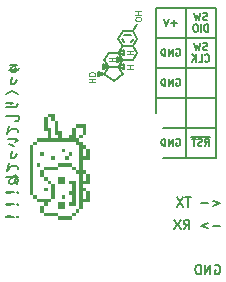
<source format=gbr>
%TF.GenerationSoftware,KiCad,Pcbnew,(6.0.1-0)*%
%TF.CreationDate,2022-05-18T17:32:03-07:00*%
%TF.ProjectId,badge_jig,62616467-655f-46a6-9967-2e6b69636164,rev?*%
%TF.SameCoordinates,Original*%
%TF.FileFunction,Legend,Bot*%
%TF.FilePolarity,Positive*%
%FSLAX46Y46*%
G04 Gerber Fmt 4.6, Leading zero omitted, Abs format (unit mm)*
G04 Created by KiCad (PCBNEW (6.0.1-0)) date 2022-05-18 17:32:03*
%MOMM*%
%LPD*%
G01*
G04 APERTURE LIST*
%ADD10C,0.150000*%
%ADD11C,0.125000*%
G04 APERTURE END LIST*
D10*
X138200000Y-104250000D02*
X137800000Y-104850000D01*
G36*
X134200000Y-113000000D02*
G01*
X133900000Y-113000000D01*
X133900000Y-112700000D01*
X134200000Y-112700000D01*
X134200000Y-113000000D01*
G37*
G36*
X134800000Y-119000000D02*
G01*
X134500000Y-119000000D01*
X134500000Y-118700000D01*
X134800000Y-118700000D01*
X134800000Y-119000000D01*
G37*
G36*
X132400000Y-116000000D02*
G01*
X132100000Y-116000000D01*
X132100000Y-115700000D01*
X132400000Y-115700000D01*
X132400000Y-116000000D01*
G37*
X137000000Y-106050000D02*
X137800000Y-106050000D01*
G36*
X133000000Y-120200000D02*
G01*
X132700000Y-120200000D01*
X132700000Y-119900000D01*
X133000000Y-119900000D01*
X133000000Y-120200000D01*
G37*
X137800000Y-107250000D02*
X138200000Y-107850000D01*
G36*
X130600000Y-117800000D02*
G01*
X130300000Y-117800000D01*
X130300000Y-117500000D01*
X130600000Y-117500000D01*
X130600000Y-117800000D01*
G37*
X137800000Y-107250000D02*
X137000000Y-107250000D01*
G36*
X131500000Y-119600000D02*
G01*
X131200000Y-119600000D01*
X131200000Y-119300000D01*
X131500000Y-119300000D01*
X131500000Y-119600000D01*
G37*
G36*
X133600000Y-120200000D02*
G01*
X133300000Y-120200000D01*
X133300000Y-119900000D01*
X133600000Y-119900000D01*
X133600000Y-120200000D01*
G37*
G36*
X133000000Y-113000000D02*
G01*
X132700000Y-113000000D01*
X132700000Y-112700000D01*
X133000000Y-112700000D01*
X133000000Y-113000000D01*
G37*
X136100000Y-107950000D02*
X136400000Y-107850000D01*
G36*
X130600000Y-116900000D02*
G01*
X130300000Y-116900000D01*
X130300000Y-116600000D01*
X130600000Y-116600000D01*
X130600000Y-116900000D01*
G37*
X139400000Y-104850000D02*
X139000000Y-104250000D01*
G36*
X133300000Y-116900000D02*
G01*
X133000000Y-116900000D01*
X133000000Y-116600000D01*
X133300000Y-116600000D01*
X133300000Y-116900000D01*
G37*
G36*
X132400000Y-111800000D02*
G01*
X132100000Y-111800000D01*
X132100000Y-111500000D01*
X132400000Y-111500000D01*
X132400000Y-111800000D01*
G37*
G36*
X133900000Y-115700000D02*
G01*
X133600000Y-115700000D01*
X133600000Y-115400000D01*
X133900000Y-115400000D01*
X133900000Y-115700000D01*
G37*
G36*
X132100000Y-117200000D02*
G01*
X131800000Y-117200000D01*
X131800000Y-116900000D01*
X132100000Y-116900000D01*
X132100000Y-117200000D01*
G37*
G36*
X134800000Y-114800000D02*
G01*
X134500000Y-114800000D01*
X134500000Y-114500000D01*
X134800000Y-114500000D01*
X134800000Y-114800000D01*
G37*
G36*
X130600000Y-114800000D02*
G01*
X130300000Y-114800000D01*
X130300000Y-114500000D01*
X130600000Y-114500000D01*
X130600000Y-114800000D01*
G37*
X136100000Y-108050000D02*
X136100000Y-107650000D01*
G36*
X133900000Y-119000000D02*
G01*
X133600000Y-119000000D01*
X133600000Y-118700000D01*
X133900000Y-118700000D01*
X133900000Y-119000000D01*
G37*
G36*
X134200000Y-117200000D02*
G01*
X133900000Y-117200000D01*
X133900000Y-116900000D01*
X134200000Y-116900000D01*
X134200000Y-117200000D01*
G37*
G36*
X131800000Y-112400000D02*
G01*
X131500000Y-112400000D01*
X131500000Y-112100000D01*
X131800000Y-112100000D01*
X131800000Y-112400000D01*
G37*
G36*
X134800000Y-114200000D02*
G01*
X134500000Y-114200000D01*
X134500000Y-113900000D01*
X134800000Y-113900000D01*
X134800000Y-114200000D01*
G37*
G36*
X134800000Y-113900000D02*
G01*
X134500000Y-113900000D01*
X134500000Y-113600000D01*
X134800000Y-113600000D01*
X134800000Y-113900000D01*
G37*
G36*
X132100000Y-113600000D02*
G01*
X131800000Y-113600000D01*
X131800000Y-113300000D01*
X132100000Y-113300000D01*
X132100000Y-113600000D01*
G37*
G36*
X132100000Y-112700000D02*
G01*
X131800000Y-112700000D01*
X131800000Y-112400000D01*
X132100000Y-112400000D01*
X132100000Y-112700000D01*
G37*
G36*
X132700000Y-116000000D02*
G01*
X132400000Y-116000000D01*
X132400000Y-115700000D01*
X132700000Y-115700000D01*
X132700000Y-116000000D01*
G37*
G36*
X134800000Y-117800000D02*
G01*
X134500000Y-117800000D01*
X134500000Y-117500000D01*
X134800000Y-117500000D01*
X134800000Y-117800000D01*
G37*
G36*
X134200000Y-119900000D02*
G01*
X133900000Y-119900000D01*
X133900000Y-119600000D01*
X134200000Y-119600000D01*
X134200000Y-119900000D01*
G37*
G36*
X134800000Y-118400000D02*
G01*
X134500000Y-118400000D01*
X134500000Y-118100000D01*
X134800000Y-118100000D01*
X134800000Y-118400000D01*
G37*
G36*
X134200000Y-112700000D02*
G01*
X133900000Y-112700000D01*
X133900000Y-112400000D01*
X134200000Y-112400000D01*
X134200000Y-112700000D01*
G37*
X138300000Y-107050000D02*
X137800000Y-107250000D01*
G36*
X130600000Y-116300000D02*
G01*
X130300000Y-116300000D01*
X130300000Y-116000000D01*
X130600000Y-116000000D01*
X130600000Y-116300000D01*
G37*
G36*
X135100000Y-117800000D02*
G01*
X134800000Y-117800000D01*
X134800000Y-117500000D01*
X135100000Y-117500000D01*
X135100000Y-117800000D01*
G37*
X138300000Y-107450000D02*
X138300000Y-107050000D01*
G36*
X133600000Y-115700000D02*
G01*
X133300000Y-115700000D01*
X133300000Y-115400000D01*
X133600000Y-115400000D01*
X133600000Y-115700000D01*
G37*
G36*
X135400000Y-116600000D02*
G01*
X135100000Y-116600000D01*
X135100000Y-116300000D01*
X135400000Y-116300000D01*
X135400000Y-116600000D01*
G37*
G36*
X134200000Y-113300000D02*
G01*
X133900000Y-113300000D01*
X133900000Y-113000000D01*
X134200000Y-113000000D01*
X134200000Y-113300000D01*
G37*
G36*
X133300000Y-119300000D02*
G01*
X133000000Y-119300000D01*
X133000000Y-119000000D01*
X133300000Y-119000000D01*
X133300000Y-119300000D01*
G37*
G36*
X133900000Y-113300000D02*
G01*
X133600000Y-113300000D01*
X133600000Y-113000000D01*
X133900000Y-113000000D01*
X133900000Y-113300000D01*
G37*
G36*
X134500000Y-113900000D02*
G01*
X134200000Y-113900000D01*
X134200000Y-113600000D01*
X134500000Y-113600000D01*
X134500000Y-113900000D01*
G37*
X140970000Y-102235000D02*
X140970000Y-111125000D01*
G36*
X132400000Y-117500000D02*
G01*
X132100000Y-117500000D01*
X132100000Y-117200000D01*
X132400000Y-117200000D01*
X132400000Y-117500000D01*
G37*
G36*
X131800000Y-118700000D02*
G01*
X131500000Y-118700000D01*
X131500000Y-118400000D01*
X131800000Y-118400000D01*
X131800000Y-118700000D01*
G37*
G36*
X133300000Y-114500000D02*
G01*
X133000000Y-114500000D01*
X133000000Y-114200000D01*
X133300000Y-114200000D01*
X133300000Y-114500000D01*
G37*
G36*
X130600000Y-118100000D02*
G01*
X130300000Y-118100000D01*
X130300000Y-117800000D01*
X130600000Y-117800000D01*
X130600000Y-118100000D01*
G37*
X143510000Y-102235000D02*
X143510000Y-114935000D01*
G36*
X134800000Y-115700000D02*
G01*
X134500000Y-115700000D01*
X134500000Y-115400000D01*
X134800000Y-115400000D01*
X134800000Y-115700000D01*
G37*
G36*
X135400000Y-116900000D02*
G01*
X135100000Y-116900000D01*
X135100000Y-116600000D01*
X135400000Y-116600000D01*
X135400000Y-116900000D01*
G37*
G36*
X132100000Y-118700000D02*
G01*
X131800000Y-118700000D01*
X131800000Y-118400000D01*
X132100000Y-118400000D01*
X132100000Y-118700000D01*
G37*
G36*
X133900000Y-118100000D02*
G01*
X133600000Y-118100000D01*
X133600000Y-117800000D01*
X133900000Y-117800000D01*
X133900000Y-118100000D01*
G37*
G36*
X133000000Y-119300000D02*
G01*
X132700000Y-119300000D01*
X132700000Y-119000000D01*
X133000000Y-119000000D01*
X133000000Y-119300000D01*
G37*
G36*
X134500000Y-119600000D02*
G01*
X134200000Y-119600000D01*
X134200000Y-119300000D01*
X134500000Y-119300000D01*
X134500000Y-119600000D01*
G37*
G36*
X130600000Y-114500000D02*
G01*
X130300000Y-114500000D01*
X130300000Y-114200000D01*
X130600000Y-114200000D01*
X130600000Y-114500000D01*
G37*
X146050000Y-112395000D02*
X141605000Y-112395000D01*
G36*
X130900000Y-118400000D02*
G01*
X130600000Y-118400000D01*
X130600000Y-118100000D01*
X130900000Y-118100000D01*
X130900000Y-118400000D01*
G37*
G36*
X133600000Y-115100000D02*
G01*
X133300000Y-115100000D01*
X133300000Y-114800000D01*
X133600000Y-114800000D01*
X133600000Y-115100000D01*
G37*
X139000000Y-106650000D02*
X138200000Y-106650000D01*
G36*
X133000000Y-113600000D02*
G01*
X132700000Y-113600000D01*
X132700000Y-113300000D01*
X133000000Y-113300000D01*
X133000000Y-113600000D01*
G37*
G36*
X133000000Y-117200000D02*
G01*
X132700000Y-117200000D01*
X132700000Y-116900000D01*
X133000000Y-116900000D01*
X133000000Y-117200000D01*
G37*
G36*
X132700000Y-112400000D02*
G01*
X132400000Y-112400000D01*
X132400000Y-112100000D01*
X132700000Y-112100000D01*
X132700000Y-112400000D01*
G37*
X137400000Y-108450000D02*
X136600000Y-107850000D01*
X136500000Y-107450000D02*
X136500000Y-107050000D01*
X138300000Y-106250000D02*
X138300000Y-105850000D01*
G36*
X130600000Y-115100000D02*
G01*
X130300000Y-115100000D01*
X130300000Y-114800000D01*
X130600000Y-114800000D01*
X130600000Y-115100000D01*
G37*
G36*
X134800000Y-118100000D02*
G01*
X134500000Y-118100000D01*
X134500000Y-117800000D01*
X134800000Y-117800000D01*
X134800000Y-118100000D01*
G37*
G36*
X131500000Y-118700000D02*
G01*
X131200000Y-118700000D01*
X131200000Y-118400000D01*
X131500000Y-118400000D01*
X131500000Y-118700000D01*
G37*
G36*
X133900000Y-114800000D02*
G01*
X133600000Y-114800000D01*
X133600000Y-114500000D01*
X133900000Y-114500000D01*
X133900000Y-114800000D01*
G37*
G36*
X133900000Y-113600000D02*
G01*
X133600000Y-113600000D01*
X133600000Y-113300000D01*
X133900000Y-113300000D01*
X133900000Y-113600000D01*
G37*
G36*
X134800000Y-119300000D02*
G01*
X134500000Y-119300000D01*
X134500000Y-119000000D01*
X134800000Y-119000000D01*
X134800000Y-119300000D01*
G37*
G36*
X135100000Y-117200000D02*
G01*
X134800000Y-117200000D01*
X134800000Y-116900000D01*
X135100000Y-116900000D01*
X135100000Y-117200000D01*
G37*
G36*
X131500000Y-116600000D02*
G01*
X131200000Y-116600000D01*
X131200000Y-116300000D01*
X131500000Y-116300000D01*
X131500000Y-116600000D01*
G37*
G36*
X132100000Y-119900000D02*
G01*
X131800000Y-119900000D01*
X131800000Y-119600000D01*
X132100000Y-119600000D01*
X132100000Y-119900000D01*
G37*
G36*
X131200000Y-115700000D02*
G01*
X130900000Y-115700000D01*
X130900000Y-115400000D01*
X131200000Y-115400000D01*
X131200000Y-115700000D01*
G37*
G36*
X135100000Y-113000000D02*
G01*
X134800000Y-113000000D01*
X134800000Y-112700000D01*
X135100000Y-112700000D01*
X135100000Y-113000000D01*
G37*
G36*
X131500000Y-119300000D02*
G01*
X131200000Y-119300000D01*
X131200000Y-119000000D01*
X131500000Y-119000000D01*
X131500000Y-119300000D01*
G37*
G36*
X135100000Y-112700000D02*
G01*
X134800000Y-112700000D01*
X134800000Y-112400000D01*
X135100000Y-112400000D01*
X135100000Y-112700000D01*
G37*
G36*
X135400000Y-118100000D02*
G01*
X135100000Y-118100000D01*
X135100000Y-117800000D01*
X135400000Y-117800000D01*
X135400000Y-118100000D01*
G37*
X137800000Y-107250000D02*
X138300000Y-107450000D01*
X137700000Y-106850000D02*
X137700000Y-106450000D01*
G36*
X133900000Y-120200000D02*
G01*
X133600000Y-120200000D01*
X133600000Y-119900000D01*
X133900000Y-119900000D01*
X133900000Y-120200000D01*
G37*
X138200000Y-106650000D02*
X137700000Y-106850000D01*
G36*
X134800000Y-116300000D02*
G01*
X134500000Y-116300000D01*
X134500000Y-116000000D01*
X134800000Y-116000000D01*
X134800000Y-116300000D01*
G37*
X139400000Y-106050000D02*
X139000000Y-106650000D01*
G36*
X134500000Y-116300000D02*
G01*
X134200000Y-116300000D01*
X134200000Y-116000000D01*
X134500000Y-116000000D01*
X134500000Y-116300000D01*
G37*
G36*
X133300000Y-118400000D02*
G01*
X133000000Y-118400000D01*
X133000000Y-118100000D01*
X133300000Y-118100000D01*
X133300000Y-118400000D01*
G37*
G36*
X134800000Y-116900000D02*
G01*
X134500000Y-116900000D01*
X134500000Y-116600000D01*
X134800000Y-116600000D01*
X134800000Y-116900000D01*
G37*
G36*
X134800000Y-115400000D02*
G01*
X134500000Y-115400000D01*
X134500000Y-115100000D01*
X134800000Y-115100000D01*
X134800000Y-115400000D01*
G37*
X139000000Y-104250000D02*
X138200000Y-104250000D01*
G36*
X130900000Y-113900000D02*
G01*
X130600000Y-113900000D01*
X130600000Y-113600000D01*
X130900000Y-113600000D01*
X130900000Y-113900000D01*
G37*
G36*
X132400000Y-118400000D02*
G01*
X132100000Y-118400000D01*
X132100000Y-118100000D01*
X132400000Y-118100000D01*
X132400000Y-118400000D01*
G37*
X136100000Y-107650000D02*
X136600000Y-107850000D01*
G36*
X135400000Y-118700000D02*
G01*
X135100000Y-118700000D01*
X135100000Y-118400000D01*
X135400000Y-118400000D01*
X135400000Y-118700000D01*
G37*
G36*
X131500000Y-114800000D02*
G01*
X131200000Y-114800000D01*
X131200000Y-114500000D01*
X131500000Y-114500000D01*
X131500000Y-114800000D01*
G37*
G36*
X134800000Y-113300000D02*
G01*
X134500000Y-113300000D01*
X134500000Y-113000000D01*
X134800000Y-113000000D01*
X134800000Y-113300000D01*
G37*
G36*
X132700000Y-113600000D02*
G01*
X132400000Y-113600000D01*
X132400000Y-113300000D01*
X132700000Y-113300000D01*
X132700000Y-113600000D01*
G37*
G36*
X133000000Y-113300000D02*
G01*
X132700000Y-113300000D01*
X132700000Y-113000000D01*
X133000000Y-113000000D01*
X133000000Y-113300000D01*
G37*
G36*
X134200000Y-113600000D02*
G01*
X133900000Y-113600000D01*
X133900000Y-113300000D01*
X134200000Y-113300000D01*
X134200000Y-113600000D01*
G37*
G36*
X134200000Y-117800000D02*
G01*
X133900000Y-117800000D01*
X133900000Y-117500000D01*
X134200000Y-117500000D01*
X134200000Y-117800000D01*
G37*
X136800000Y-107250000D02*
X136500000Y-107150000D01*
G36*
X135100000Y-118700000D02*
G01*
X134800000Y-118700000D01*
X134800000Y-118400000D01*
X135100000Y-118400000D01*
X135100000Y-118700000D01*
G37*
G36*
X133300000Y-113600000D02*
G01*
X133000000Y-113600000D01*
X133000000Y-113300000D01*
X133300000Y-113300000D01*
X133300000Y-113600000D01*
G37*
G36*
X132100000Y-111500000D02*
G01*
X131800000Y-111500000D01*
X131800000Y-111200000D01*
X132100000Y-111200000D01*
X132100000Y-111500000D01*
G37*
G36*
X131800000Y-117800000D02*
G01*
X131500000Y-117800000D01*
X131500000Y-117500000D01*
X131800000Y-117500000D01*
X131800000Y-117800000D01*
G37*
G36*
X135400000Y-114800000D02*
G01*
X135100000Y-114800000D01*
X135100000Y-114500000D01*
X135400000Y-114500000D01*
X135400000Y-114800000D01*
G37*
X138200000Y-107850000D02*
X137400000Y-108450000D01*
X138200000Y-105450000D02*
X139000000Y-105450000D01*
G36*
X135400000Y-115100000D02*
G01*
X135100000Y-115100000D01*
X135100000Y-114800000D01*
X135400000Y-114800000D01*
X135400000Y-115100000D01*
G37*
G36*
X133000000Y-116900000D02*
G01*
X132700000Y-116900000D01*
X132700000Y-116600000D01*
X133000000Y-116600000D01*
X133000000Y-116900000D01*
G37*
G36*
X131200000Y-118700000D02*
G01*
X130900000Y-118700000D01*
X130900000Y-118400000D01*
X131200000Y-118400000D01*
X131200000Y-118700000D01*
G37*
X146050000Y-114935000D02*
X146050000Y-102235000D01*
G36*
X130600000Y-115400000D02*
G01*
X130300000Y-115400000D01*
X130300000Y-115100000D01*
X130600000Y-115100000D01*
X130600000Y-115400000D01*
G37*
G36*
X133000000Y-115700000D02*
G01*
X132700000Y-115700000D01*
X132700000Y-115400000D01*
X133000000Y-115400000D01*
X133000000Y-115700000D01*
G37*
G36*
X134200000Y-118700000D02*
G01*
X133900000Y-118700000D01*
X133900000Y-118400000D01*
X134200000Y-118400000D01*
X134200000Y-118700000D01*
G37*
G36*
X131500000Y-113600000D02*
G01*
X131200000Y-113600000D01*
X131200000Y-113300000D01*
X131500000Y-113300000D01*
X131500000Y-113600000D01*
G37*
G36*
X133600000Y-113600000D02*
G01*
X133300000Y-113600000D01*
X133300000Y-113300000D01*
X133600000Y-113300000D01*
X133600000Y-113600000D01*
G37*
G36*
X134200000Y-116000000D02*
G01*
X133900000Y-116000000D01*
X133900000Y-115700000D01*
X134200000Y-115700000D01*
X134200000Y-116000000D01*
G37*
G36*
X134200000Y-119000000D02*
G01*
X133900000Y-119000000D01*
X133900000Y-118700000D01*
X134200000Y-118700000D01*
X134200000Y-119000000D01*
G37*
G36*
X135400000Y-118400000D02*
G01*
X135100000Y-118400000D01*
X135100000Y-118100000D01*
X135400000Y-118100000D01*
X135400000Y-118400000D01*
G37*
X137700000Y-106450000D02*
X138200000Y-106650000D01*
G36*
X132400000Y-118100000D02*
G01*
X132100000Y-118100000D01*
X132100000Y-117800000D01*
X132400000Y-117800000D01*
X132400000Y-118100000D01*
G37*
G36*
X135400000Y-117200000D02*
G01*
X135100000Y-117200000D01*
X135100000Y-116900000D01*
X135400000Y-116900000D01*
X135400000Y-117200000D01*
G37*
X138900000Y-104550000D02*
X138300000Y-104550000D01*
G36*
X134800000Y-112400000D02*
G01*
X134500000Y-112400000D01*
X134500000Y-112100000D01*
X134800000Y-112100000D01*
X134800000Y-112400000D01*
G37*
X146050000Y-109855000D02*
X140970000Y-109855000D01*
G36*
X131800000Y-119000000D02*
G01*
X131500000Y-119000000D01*
X131500000Y-118700000D01*
X131800000Y-118700000D01*
X131800000Y-119000000D01*
G37*
G36*
X135100000Y-114200000D02*
G01*
X134800000Y-114200000D01*
X134800000Y-113900000D01*
X135100000Y-113900000D01*
X135100000Y-114200000D01*
G37*
X136600000Y-106650000D02*
X137000000Y-106050000D01*
G36*
X134800000Y-115100000D02*
G01*
X134500000Y-115100000D01*
X134500000Y-114800000D01*
X134800000Y-114800000D01*
X134800000Y-115100000D01*
G37*
G36*
X135100000Y-112400000D02*
G01*
X134800000Y-112400000D01*
X134800000Y-112100000D01*
X135100000Y-112100000D01*
X135100000Y-112400000D01*
G37*
G36*
X132400000Y-115100000D02*
G01*
X132100000Y-115100000D01*
X132100000Y-114800000D01*
X132400000Y-114800000D01*
X132400000Y-115100000D01*
G37*
X136500000Y-107350000D02*
X136800000Y-107250000D01*
G36*
X131800000Y-112700000D02*
G01*
X131500000Y-112700000D01*
X131500000Y-112400000D01*
X131800000Y-112400000D01*
X131800000Y-112700000D01*
G37*
X137800000Y-106050000D02*
X138200000Y-105450000D01*
G36*
X135100000Y-115100000D02*
G01*
X134800000Y-115100000D01*
X134800000Y-114800000D01*
X135100000Y-114800000D01*
X135100000Y-115100000D01*
G37*
X138300000Y-105150000D02*
X138100000Y-104850000D01*
X136600000Y-107850000D02*
X136100000Y-108050000D01*
G36*
X134200000Y-117500000D02*
G01*
X133900000Y-117500000D01*
X133900000Y-117200000D01*
X134200000Y-117200000D01*
X134200000Y-117500000D01*
G37*
G36*
X132700000Y-112700000D02*
G01*
X132400000Y-112700000D01*
X132400000Y-112400000D01*
X132700000Y-112400000D01*
X132700000Y-112700000D01*
G37*
X138200000Y-106650000D02*
X137800000Y-106050000D01*
G36*
X132700000Y-119900000D02*
G01*
X132400000Y-119900000D01*
X132400000Y-119600000D01*
X132700000Y-119600000D01*
X132700000Y-119900000D01*
G37*
G36*
X132400000Y-113600000D02*
G01*
X132100000Y-113600000D01*
X132100000Y-113300000D01*
X132400000Y-113300000D01*
X132400000Y-113600000D01*
G37*
X138900000Y-105150000D02*
X139100000Y-104850000D01*
X137800000Y-104850000D02*
X138200000Y-105450000D01*
G36*
X134800000Y-118700000D02*
G01*
X134500000Y-118700000D01*
X134500000Y-118400000D01*
X134800000Y-118400000D01*
X134800000Y-118700000D01*
G37*
G36*
X132100000Y-113000000D02*
G01*
X131800000Y-113000000D01*
X131800000Y-112700000D01*
X132100000Y-112700000D01*
X132100000Y-113000000D01*
G37*
X137800000Y-106050000D02*
X138300000Y-106250000D01*
G36*
X131800000Y-111800000D02*
G01*
X131500000Y-111800000D01*
X131500000Y-111500000D01*
X131800000Y-111500000D01*
X131800000Y-111800000D01*
G37*
G36*
X135400000Y-114500000D02*
G01*
X135100000Y-114500000D01*
X135100000Y-114200000D01*
X135400000Y-114200000D01*
X135400000Y-114500000D01*
G37*
X138300000Y-105850000D02*
X137800000Y-106050000D01*
G36*
X132100000Y-116000000D02*
G01*
X131800000Y-116000000D01*
X131800000Y-115700000D01*
X132100000Y-115700000D01*
X132100000Y-116000000D01*
G37*
G36*
X133000000Y-119000000D02*
G01*
X132700000Y-119000000D01*
X132700000Y-118700000D01*
X133000000Y-118700000D01*
X133000000Y-119000000D01*
G37*
G36*
X131200000Y-113600000D02*
G01*
X130900000Y-113600000D01*
X130900000Y-113300000D01*
X131200000Y-113300000D01*
X131200000Y-113600000D01*
G37*
G36*
X133300000Y-117200000D02*
G01*
X133000000Y-117200000D01*
X133000000Y-116900000D01*
X133300000Y-116900000D01*
X133300000Y-117200000D01*
G37*
G36*
X134500000Y-113600000D02*
G01*
X134200000Y-113600000D01*
X134200000Y-113300000D01*
X134500000Y-113300000D01*
X134500000Y-113600000D01*
G37*
X138200000Y-106650000D02*
X137800000Y-107250000D01*
G36*
X134800000Y-116000000D02*
G01*
X134500000Y-116000000D01*
X134500000Y-115700000D01*
X134800000Y-115700000D01*
X134800000Y-116000000D01*
G37*
G36*
X132400000Y-117800000D02*
G01*
X132100000Y-117800000D01*
X132100000Y-117500000D01*
X132400000Y-117500000D01*
X132400000Y-117800000D01*
G37*
X137000000Y-107250000D02*
X136600000Y-106650000D01*
G36*
X134800000Y-116600000D02*
G01*
X134500000Y-116600000D01*
X134500000Y-116300000D01*
X134800000Y-116300000D01*
X134800000Y-116600000D01*
G37*
G36*
X130600000Y-116600000D02*
G01*
X130300000Y-116600000D01*
X130300000Y-116300000D01*
X130600000Y-116300000D01*
X130600000Y-116600000D01*
G37*
G36*
X130600000Y-117500000D02*
G01*
X130300000Y-117500000D01*
X130300000Y-117200000D01*
X130600000Y-117200000D01*
X130600000Y-117500000D01*
G37*
G36*
X131800000Y-116900000D02*
G01*
X131500000Y-116900000D01*
X131500000Y-116600000D01*
X131800000Y-116600000D01*
X131800000Y-116900000D01*
G37*
G36*
X131800000Y-112100000D02*
G01*
X131500000Y-112100000D01*
X131500000Y-111800000D01*
X131800000Y-111800000D01*
X131800000Y-112100000D01*
G37*
X137000000Y-107250000D02*
X136500000Y-107450000D01*
G36*
X131800000Y-119900000D02*
G01*
X131500000Y-119900000D01*
X131500000Y-119600000D01*
X131800000Y-119600000D01*
X131800000Y-119900000D01*
G37*
X146050000Y-114935000D02*
X141605000Y-114935000D01*
X138000000Y-106650000D02*
X137700000Y-106550000D01*
X136500000Y-107050000D02*
X137000000Y-107250000D01*
G36*
X131500000Y-116300000D02*
G01*
X131200000Y-116300000D01*
X131200000Y-116000000D01*
X131500000Y-116000000D01*
X131500000Y-116300000D01*
G37*
G36*
X133300000Y-120200000D02*
G01*
X133000000Y-120200000D01*
X133000000Y-119900000D01*
X133300000Y-119900000D01*
X133300000Y-120200000D01*
G37*
X146050000Y-104775000D02*
X140970000Y-104775000D01*
G36*
X132400000Y-119900000D02*
G01*
X132100000Y-119900000D01*
X132100000Y-119600000D01*
X132400000Y-119600000D01*
X132400000Y-119900000D01*
G37*
G36*
X132700000Y-112100000D02*
G01*
X132400000Y-112100000D01*
X132400000Y-111800000D01*
X132700000Y-111800000D01*
X132700000Y-112100000D01*
G37*
G36*
X134200000Y-118100000D02*
G01*
X133900000Y-118100000D01*
X133900000Y-117800000D01*
X134200000Y-117800000D01*
X134200000Y-118100000D01*
G37*
X139000000Y-105450000D02*
X139400000Y-104850000D01*
G36*
X134800000Y-117500000D02*
G01*
X134500000Y-117500000D01*
X134500000Y-117200000D01*
X134800000Y-117200000D01*
X134800000Y-117500000D01*
G37*
X139000000Y-104250000D02*
X139400000Y-103650000D01*
G36*
X134800000Y-117200000D02*
G01*
X134500000Y-117200000D01*
X134500000Y-116900000D01*
X134800000Y-116900000D01*
X134800000Y-117200000D01*
G37*
G36*
X133900000Y-117200000D02*
G01*
X133600000Y-117200000D01*
X133600000Y-116900000D01*
X133900000Y-116900000D01*
X133900000Y-117200000D01*
G37*
X139000000Y-105450000D02*
X139400000Y-106050000D01*
G36*
X130600000Y-116000000D02*
G01*
X130300000Y-116000000D01*
X130300000Y-115700000D01*
X130600000Y-115700000D01*
X130600000Y-116000000D01*
G37*
X146050000Y-102235000D02*
X140970000Y-102235000D01*
X136600000Y-107850000D02*
X137000000Y-107250000D01*
G36*
X133300000Y-119000000D02*
G01*
X133000000Y-119000000D01*
X133000000Y-118700000D01*
X133300000Y-118700000D01*
X133300000Y-119000000D01*
G37*
G36*
X132400000Y-111500000D02*
G01*
X132100000Y-111500000D01*
X132100000Y-111200000D01*
X132400000Y-111200000D01*
X132400000Y-111500000D01*
G37*
G36*
X130600000Y-115700000D02*
G01*
X130300000Y-115700000D01*
X130300000Y-115400000D01*
X130600000Y-115400000D01*
X130600000Y-115700000D01*
G37*
G36*
X130600000Y-117200000D02*
G01*
X130300000Y-117200000D01*
X130300000Y-116900000D01*
X130600000Y-116900000D01*
X130600000Y-117200000D01*
G37*
G36*
X132700000Y-113000000D02*
G01*
X132400000Y-113000000D01*
X132400000Y-112700000D01*
X132700000Y-112700000D01*
X132700000Y-113000000D01*
G37*
G36*
X131800000Y-113600000D02*
G01*
X131500000Y-113600000D01*
X131500000Y-113300000D01*
X131800000Y-113300000D01*
X131800000Y-113600000D01*
G37*
X136400000Y-107850000D02*
X136100000Y-107750000D01*
G36*
X134500000Y-112400000D02*
G01*
X134200000Y-112400000D01*
X134200000Y-112100000D01*
X134500000Y-112100000D01*
X134500000Y-112400000D01*
G37*
X137700000Y-106750000D02*
X138000000Y-106650000D01*
G36*
X135100000Y-116300000D02*
G01*
X134800000Y-116300000D01*
X134800000Y-116000000D01*
X135100000Y-116000000D01*
X135100000Y-116300000D01*
G37*
G36*
X132100000Y-113300000D02*
G01*
X131800000Y-113300000D01*
X131800000Y-113000000D01*
X132100000Y-113000000D01*
X132100000Y-113300000D01*
G37*
G36*
X131800000Y-116000000D02*
G01*
X131500000Y-116000000D01*
X131500000Y-115700000D01*
X131800000Y-115700000D01*
X131800000Y-116000000D01*
G37*
G36*
X134800000Y-114500000D02*
G01*
X134500000Y-114500000D01*
X134500000Y-114200000D01*
X134800000Y-114200000D01*
X134800000Y-114500000D01*
G37*
G36*
X130600000Y-114200000D02*
G01*
X130300000Y-114200000D01*
X130300000Y-113900000D01*
X130600000Y-113900000D01*
X130600000Y-114200000D01*
G37*
G36*
X134200000Y-118400000D02*
G01*
X133900000Y-118400000D01*
X133900000Y-118100000D01*
X134200000Y-118100000D01*
X134200000Y-118400000D01*
G37*
G36*
X133300000Y-115700000D02*
G01*
X133000000Y-115700000D01*
X133000000Y-115400000D01*
X133300000Y-115400000D01*
X133300000Y-115700000D01*
G37*
X146050000Y-107315000D02*
X140970000Y-107315000D01*
X142697142Y-105745000D02*
X142754285Y-105716428D01*
X142840000Y-105716428D01*
X142925714Y-105745000D01*
X142982857Y-105802142D01*
X143011428Y-105859285D01*
X143040000Y-105973571D01*
X143040000Y-106059285D01*
X143011428Y-106173571D01*
X142982857Y-106230714D01*
X142925714Y-106287857D01*
X142840000Y-106316428D01*
X142782857Y-106316428D01*
X142697142Y-106287857D01*
X142668571Y-106259285D01*
X142668571Y-106059285D01*
X142782857Y-106059285D01*
X142411428Y-106316428D02*
X142411428Y-105716428D01*
X142068571Y-106316428D01*
X142068571Y-105716428D01*
X141782857Y-106316428D02*
X141782857Y-105716428D01*
X141640000Y-105716428D01*
X141554285Y-105745000D01*
X141497142Y-105802142D01*
X141468571Y-105859285D01*
X141440000Y-105973571D01*
X141440000Y-106059285D01*
X141468571Y-106173571D01*
X141497142Y-106230714D01*
X141554285Y-106287857D01*
X141640000Y-106316428D01*
X141782857Y-106316428D01*
X128643095Y-107093571D02*
X129214523Y-107093571D01*
X128833571Y-107236428D01*
X128690714Y-107379285D01*
X128690714Y-107569761D01*
X128833571Y-107712619D01*
X129071666Y-107712619D01*
X129166904Y-107569761D01*
X129166904Y-107426904D01*
X129071666Y-107331666D01*
X128547857Y-107474523D02*
X129262142Y-107474523D01*
X129357380Y-107379285D01*
X128785952Y-108093571D02*
X128690714Y-108522142D01*
X128738333Y-108665000D01*
X128928809Y-108712619D01*
X129071666Y-108617380D01*
X129214523Y-108331666D01*
X128309761Y-109569761D02*
X128785952Y-109331666D01*
X129309761Y-109569761D01*
X128309761Y-110665000D02*
X128928809Y-110665000D01*
X129119285Y-110617380D01*
X129309761Y-110426904D01*
X128309761Y-110331666D02*
X128547857Y-110284047D01*
X128738333Y-110284047D01*
X128881190Y-110331666D01*
X128738333Y-110426904D01*
X128309761Y-111379285D02*
X129119285Y-111379285D01*
X129262142Y-111426904D01*
X129357380Y-111522142D01*
X129357380Y-111665000D01*
X129262142Y-111807857D01*
X129071666Y-111855476D01*
X128500238Y-112284047D02*
X128405000Y-112903095D01*
X128452619Y-112807857D02*
X128595476Y-112617380D01*
X128833571Y-112522142D01*
X129119285Y-112522142D01*
X129262142Y-112617380D01*
X129309761Y-112760238D01*
X128547857Y-113807857D02*
X128738333Y-113903095D01*
X128976428Y-113950714D01*
X128452619Y-113331666D02*
X128785952Y-113331666D01*
X129024047Y-113379285D01*
X129309761Y-113474523D01*
X129024047Y-113617380D01*
X128785952Y-114379285D02*
X128690714Y-114807857D01*
X128738333Y-114950714D01*
X128928809Y-114998333D01*
X129071666Y-114903095D01*
X129214523Y-114617380D01*
X128500238Y-115426904D02*
X128405000Y-116045952D01*
X128452619Y-115950714D02*
X128595476Y-115760238D01*
X128833571Y-115665000D01*
X129119285Y-115665000D01*
X129262142Y-115760238D01*
X129309761Y-115903095D01*
X128309761Y-116617380D02*
X129309761Y-116617380D01*
X128547857Y-116474523D02*
X128547857Y-116617380D01*
X128595476Y-116617380D01*
X129119285Y-116426904D02*
X128595476Y-116760238D01*
X128500238Y-116950714D01*
X128547857Y-117093571D01*
X128738333Y-117141190D01*
X129071666Y-117093571D01*
X129262142Y-116950714D01*
X129262142Y-116855476D01*
X129214523Y-116760238D01*
X129071666Y-116760238D01*
X129024047Y-116903095D01*
X129214523Y-117141190D01*
X129214523Y-117855476D02*
X129262142Y-117903095D01*
X129309761Y-117855476D01*
X129262142Y-117807857D01*
X129214523Y-117855476D01*
X129309761Y-117855476D01*
X128928809Y-117855476D02*
X128357380Y-117807857D01*
X128309761Y-117855476D01*
X128357380Y-117903095D01*
X128928809Y-117855476D01*
X128309761Y-117855476D01*
X129214523Y-118903095D02*
X129262142Y-118950714D01*
X129309761Y-118903095D01*
X129262142Y-118855476D01*
X129214523Y-118903095D01*
X129309761Y-118903095D01*
X128928809Y-118903095D02*
X128357380Y-118855476D01*
X128309761Y-118903095D01*
X128357380Y-118950714D01*
X128928809Y-118903095D01*
X128309761Y-118903095D01*
X129214523Y-119950714D02*
X129262142Y-119998333D01*
X129309761Y-119950714D01*
X129262142Y-119903095D01*
X129214523Y-119950714D01*
X129309761Y-119950714D01*
X128928809Y-119950714D02*
X128357380Y-119903095D01*
X128309761Y-119950714D01*
X128357380Y-119998333D01*
X128928809Y-119950714D01*
X128309761Y-119950714D01*
X145594285Y-113167000D02*
X144994285Y-113167000D01*
X145108571Y-113936428D02*
X145308571Y-113650714D01*
X145451428Y-113936428D02*
X145451428Y-113336428D01*
X145222857Y-113336428D01*
X145165714Y-113365000D01*
X145137142Y-113393571D01*
X145108571Y-113450714D01*
X145108571Y-113536428D01*
X145137142Y-113593571D01*
X145165714Y-113622142D01*
X145222857Y-113650714D01*
X145451428Y-113650714D01*
X144994285Y-113167000D02*
X144422857Y-113167000D01*
X144880000Y-113907857D02*
X144794285Y-113936428D01*
X144651428Y-113936428D01*
X144594285Y-113907857D01*
X144565714Y-113879285D01*
X144537142Y-113822142D01*
X144537142Y-113765000D01*
X144565714Y-113707857D01*
X144594285Y-113679285D01*
X144651428Y-113650714D01*
X144765714Y-113622142D01*
X144822857Y-113593571D01*
X144851428Y-113565000D01*
X144880000Y-113507857D01*
X144880000Y-113450714D01*
X144851428Y-113393571D01*
X144822857Y-113365000D01*
X144765714Y-113336428D01*
X144622857Y-113336428D01*
X144537142Y-113365000D01*
X144422857Y-113167000D02*
X143965714Y-113167000D01*
X144365714Y-113336428D02*
X144022857Y-113336428D01*
X144194285Y-113936428D02*
X144194285Y-113336428D01*
X146397023Y-120707142D02*
X145787500Y-120707142D01*
X145406547Y-120478571D02*
X144797023Y-120707142D01*
X145406547Y-120935714D01*
X143349404Y-121011904D02*
X143616071Y-120630952D01*
X143806547Y-121011904D02*
X143806547Y-120211904D01*
X143501785Y-120211904D01*
X143425595Y-120250000D01*
X143387500Y-120288095D01*
X143349404Y-120364285D01*
X143349404Y-120478571D01*
X143387500Y-120554761D01*
X143425595Y-120592857D01*
X143501785Y-120630952D01*
X143806547Y-120630952D01*
X143082738Y-120211904D02*
X142549404Y-121011904D01*
X142549404Y-120211904D02*
X143082738Y-121011904D01*
D11*
X139026190Y-105907142D02*
X138526190Y-105907142D01*
X138764285Y-105907142D02*
X138764285Y-106192857D01*
X139026190Y-106192857D02*
X138526190Y-106192857D01*
X139726190Y-102545238D02*
X139226190Y-102545238D01*
X139464285Y-102545238D02*
X139464285Y-102830952D01*
X139726190Y-102830952D02*
X139226190Y-102830952D01*
X139226190Y-103164285D02*
X139226190Y-103259523D01*
X139250000Y-103307142D01*
X139297619Y-103354761D01*
X139392857Y-103378571D01*
X139559523Y-103378571D01*
X139654761Y-103354761D01*
X139702380Y-103307142D01*
X139726190Y-103259523D01*
X139726190Y-103164285D01*
X139702380Y-103116666D01*
X139654761Y-103069047D01*
X139559523Y-103045238D01*
X139392857Y-103045238D01*
X139297619Y-103069047D01*
X139250000Y-103116666D01*
X139226190Y-103164285D01*
D10*
X145977976Y-124060000D02*
X146054166Y-124021904D01*
X146168452Y-124021904D01*
X146282738Y-124060000D01*
X146358928Y-124136190D01*
X146397023Y-124212380D01*
X146435119Y-124364761D01*
X146435119Y-124479047D01*
X146397023Y-124631428D01*
X146358928Y-124707619D01*
X146282738Y-124783809D01*
X146168452Y-124821904D01*
X146092261Y-124821904D01*
X145977976Y-124783809D01*
X145939880Y-124745714D01*
X145939880Y-124479047D01*
X146092261Y-124479047D01*
X145597023Y-124821904D02*
X145597023Y-124021904D01*
X145139880Y-124821904D01*
X145139880Y-124021904D01*
X144758928Y-124821904D02*
X144758928Y-124021904D01*
X144568452Y-124021904D01*
X144454166Y-124060000D01*
X144377976Y-124136190D01*
X144339880Y-124212380D01*
X144301785Y-124364761D01*
X144301785Y-124479047D01*
X144339880Y-124631428D01*
X144377976Y-124707619D01*
X144454166Y-124783809D01*
X144568452Y-124821904D01*
X144758928Y-124821904D01*
D11*
X137526190Y-106507142D02*
X137026190Y-106507142D01*
X137264285Y-106507142D02*
X137264285Y-106792857D01*
X137526190Y-106792857D02*
X137026190Y-106792857D01*
D10*
X145787500Y-118573571D02*
X146397023Y-118802142D01*
X145787500Y-119030714D01*
X145406547Y-118802142D02*
X144797023Y-118802142D01*
X143920833Y-118306904D02*
X143463690Y-118306904D01*
X143692261Y-119106904D02*
X143692261Y-118306904D01*
X143273214Y-118306904D02*
X142739880Y-119106904D01*
X142739880Y-118306904D02*
X143273214Y-119106904D01*
X142697142Y-108285000D02*
X142754285Y-108256428D01*
X142840000Y-108256428D01*
X142925714Y-108285000D01*
X142982857Y-108342142D01*
X143011428Y-108399285D01*
X143040000Y-108513571D01*
X143040000Y-108599285D01*
X143011428Y-108713571D01*
X142982857Y-108770714D01*
X142925714Y-108827857D01*
X142840000Y-108856428D01*
X142782857Y-108856428D01*
X142697142Y-108827857D01*
X142668571Y-108799285D01*
X142668571Y-108599285D01*
X142782857Y-108599285D01*
X142411428Y-108856428D02*
X142411428Y-108256428D01*
X142068571Y-108856428D01*
X142068571Y-108256428D01*
X141782857Y-108856428D02*
X141782857Y-108256428D01*
X141640000Y-108256428D01*
X141554285Y-108285000D01*
X141497142Y-108342142D01*
X141468571Y-108399285D01*
X141440000Y-108513571D01*
X141440000Y-108599285D01*
X141468571Y-108713571D01*
X141497142Y-108770714D01*
X141554285Y-108827857D01*
X141640000Y-108856428D01*
X141782857Y-108856428D01*
X142725714Y-103547857D02*
X142268571Y-103547857D01*
X142497142Y-103776428D02*
X142497142Y-103319285D01*
X142068571Y-103176428D02*
X141868571Y-103776428D01*
X141668571Y-103176428D01*
D11*
X139026190Y-107107142D02*
X138526190Y-107107142D01*
X138764285Y-107107142D02*
X138764285Y-107392857D01*
X139026190Y-107392857D02*
X138526190Y-107392857D01*
X135326190Y-107840476D02*
X135326190Y-107935714D01*
X135350000Y-107983333D01*
X135397619Y-108030952D01*
X135492857Y-108054761D01*
X135659523Y-108054761D01*
X135754761Y-108030952D01*
X135802380Y-107983333D01*
X135826190Y-107935714D01*
X135826190Y-107840476D01*
X135802380Y-107792857D01*
X135754761Y-107745238D01*
X135659523Y-107721428D01*
X135492857Y-107721428D01*
X135397619Y-107745238D01*
X135350000Y-107792857D01*
X135326190Y-107840476D01*
X135826190Y-108269047D02*
X135326190Y-108269047D01*
X135564285Y-108269047D02*
X135564285Y-108554761D01*
X135826190Y-108554761D02*
X135326190Y-108554761D01*
D10*
X145294285Y-103264857D02*
X145208571Y-103293428D01*
X145065714Y-103293428D01*
X145008571Y-103264857D01*
X144980000Y-103236285D01*
X144951428Y-103179142D01*
X144951428Y-103122000D01*
X144980000Y-103064857D01*
X145008571Y-103036285D01*
X145065714Y-103007714D01*
X145180000Y-102979142D01*
X145237142Y-102950571D01*
X145265714Y-102922000D01*
X145294285Y-102864857D01*
X145294285Y-102807714D01*
X145265714Y-102750571D01*
X145237142Y-102722000D01*
X145180000Y-102693428D01*
X145037142Y-102693428D01*
X144951428Y-102722000D01*
X144751428Y-102693428D02*
X144608571Y-103293428D01*
X144494285Y-102864857D01*
X144380000Y-103293428D01*
X144237142Y-102693428D01*
X145394285Y-104259428D02*
X145394285Y-103659428D01*
X145251428Y-103659428D01*
X145165714Y-103688000D01*
X145108571Y-103745142D01*
X145080000Y-103802285D01*
X145051428Y-103916571D01*
X145051428Y-104002285D01*
X145080000Y-104116571D01*
X145108571Y-104173714D01*
X145165714Y-104230857D01*
X145251428Y-104259428D01*
X145394285Y-104259428D01*
X144794285Y-104259428D02*
X144794285Y-103659428D01*
X144394285Y-103659428D02*
X144280000Y-103659428D01*
X144222857Y-103688000D01*
X144165714Y-103745142D01*
X144137142Y-103859428D01*
X144137142Y-104059428D01*
X144165714Y-104173714D01*
X144222857Y-104230857D01*
X144280000Y-104259428D01*
X144394285Y-104259428D01*
X144451428Y-104230857D01*
X144508571Y-104173714D01*
X144537142Y-104059428D01*
X144537142Y-103859428D01*
X144508571Y-103745142D01*
X144451428Y-103688000D01*
X144394285Y-103659428D01*
X142697142Y-113365000D02*
X142754285Y-113336428D01*
X142840000Y-113336428D01*
X142925714Y-113365000D01*
X142982857Y-113422142D01*
X143011428Y-113479285D01*
X143040000Y-113593571D01*
X143040000Y-113679285D01*
X143011428Y-113793571D01*
X142982857Y-113850714D01*
X142925714Y-113907857D01*
X142840000Y-113936428D01*
X142782857Y-113936428D01*
X142697142Y-113907857D01*
X142668571Y-113879285D01*
X142668571Y-113679285D01*
X142782857Y-113679285D01*
X142411428Y-113936428D02*
X142411428Y-113336428D01*
X142068571Y-113936428D01*
X142068571Y-113336428D01*
X141782857Y-113936428D02*
X141782857Y-113336428D01*
X141640000Y-113336428D01*
X141554285Y-113365000D01*
X141497142Y-113422142D01*
X141468571Y-113479285D01*
X141440000Y-113593571D01*
X141440000Y-113679285D01*
X141468571Y-113793571D01*
X141497142Y-113850714D01*
X141554285Y-113907857D01*
X141640000Y-113936428D01*
X141782857Y-113936428D01*
X145294285Y-105804857D02*
X145208571Y-105833428D01*
X145065714Y-105833428D01*
X145008571Y-105804857D01*
X144980000Y-105776285D01*
X144951428Y-105719142D01*
X144951428Y-105662000D01*
X144980000Y-105604857D01*
X145008571Y-105576285D01*
X145065714Y-105547714D01*
X145180000Y-105519142D01*
X145237142Y-105490571D01*
X145265714Y-105462000D01*
X145294285Y-105404857D01*
X145294285Y-105347714D01*
X145265714Y-105290571D01*
X145237142Y-105262000D01*
X145180000Y-105233428D01*
X145037142Y-105233428D01*
X144951428Y-105262000D01*
X144751428Y-105233428D02*
X144608571Y-105833428D01*
X144494285Y-105404857D01*
X144380000Y-105833428D01*
X144237142Y-105233428D01*
X145137142Y-106742285D02*
X145165714Y-106770857D01*
X145251428Y-106799428D01*
X145308571Y-106799428D01*
X145394285Y-106770857D01*
X145451428Y-106713714D01*
X145480000Y-106656571D01*
X145508571Y-106542285D01*
X145508571Y-106456571D01*
X145480000Y-106342285D01*
X145451428Y-106285142D01*
X145394285Y-106228000D01*
X145308571Y-106199428D01*
X145251428Y-106199428D01*
X145165714Y-106228000D01*
X145137142Y-106256571D01*
X144594285Y-106799428D02*
X144880000Y-106799428D01*
X144880000Y-106199428D01*
X144394285Y-106799428D02*
X144394285Y-106199428D01*
X144051428Y-106799428D02*
X144308571Y-106456571D01*
X144051428Y-106199428D02*
X144394285Y-106542285D01*
M02*

</source>
